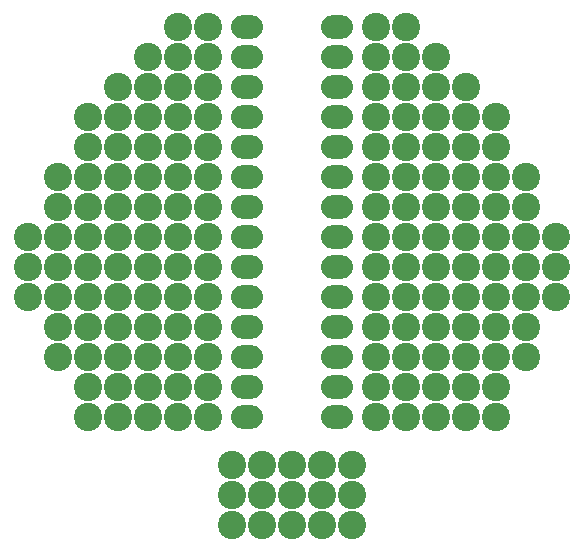
<source format=gbs>
G04 #@! TF.FileFunction,Soldermask,Bot*
%FSLAX46Y46*%
G04 Gerber Fmt 4.6, Leading zero omitted, Abs format (unit mm)*
G04 Created by KiCad (PCBNEW 4.0.0-rc1-stable) date Di 10 Nov 2015 17:33:22 CET*
%MOMM*%
G01*
G04 APERTURE LIST*
%ADD10C,0.100000*%
%ADD11C,2.398980*%
%ADD12O,2.700000X2.000000*%
G04 APERTURE END LIST*
D10*
D11*
X158750000Y-103124000D03*
X139446000Y-103124000D03*
X156210000Y-103124000D03*
X141986000Y-103124000D03*
X158750000Y-105664000D03*
X156210000Y-105664000D03*
X161290000Y-105664000D03*
X161290000Y-108204000D03*
X158750000Y-108204000D03*
X163830000Y-108204000D03*
X156210000Y-108204000D03*
X141986000Y-105664000D03*
X139446000Y-105664000D03*
X136906000Y-105664000D03*
X139446000Y-108204000D03*
X136906000Y-108204000D03*
X141986000Y-108204000D03*
X134366000Y-108204000D03*
X126746000Y-123444000D03*
X126746000Y-120904000D03*
X126746000Y-125984000D03*
X129286000Y-125984000D03*
X129286000Y-128524000D03*
X129286000Y-131064000D03*
X129286000Y-123444000D03*
X129286000Y-120904000D03*
X129286000Y-115824000D03*
X129286000Y-118364000D03*
X171450000Y-123444000D03*
X171450000Y-120904000D03*
X171450000Y-125984000D03*
X168910000Y-115824000D03*
X168910000Y-118364000D03*
X168910000Y-123444000D03*
X168910000Y-120904000D03*
X168910000Y-128524000D03*
X168910000Y-125984000D03*
X168910000Y-131064000D03*
X158750000Y-113284000D03*
X161290000Y-113284000D03*
X158750000Y-115824000D03*
X161290000Y-115824000D03*
X161290000Y-118364000D03*
X158750000Y-118364000D03*
X163830000Y-113284000D03*
X166370000Y-110744000D03*
X166370000Y-113284000D03*
X163830000Y-110744000D03*
X158750000Y-128524000D03*
X158750000Y-125984000D03*
X161290000Y-125984000D03*
X166370000Y-125984000D03*
X161290000Y-123444000D03*
X166370000Y-120904000D03*
X163830000Y-125984000D03*
X166370000Y-123444000D03*
X163830000Y-120904000D03*
X161290000Y-120904000D03*
X163830000Y-123444000D03*
X158750000Y-123444000D03*
X158750000Y-120904000D03*
X161290000Y-136144000D03*
X166370000Y-136144000D03*
X163830000Y-133604000D03*
X166370000Y-133604000D03*
X163830000Y-136144000D03*
X161290000Y-133604000D03*
X163830000Y-131064000D03*
X163830000Y-128524000D03*
X161290000Y-128524000D03*
X161290000Y-131064000D03*
X166370000Y-128524000D03*
X166370000Y-131064000D03*
X158750000Y-133604000D03*
X158750000Y-131064000D03*
X158750000Y-136144000D03*
X163830000Y-118364000D03*
X166370000Y-118364000D03*
X163830000Y-115824000D03*
X166370000Y-115824000D03*
X161290000Y-110744000D03*
X158750000Y-110744000D03*
X156210000Y-118364000D03*
X156210000Y-115824000D03*
X156210000Y-120904000D03*
X156210000Y-123444000D03*
X156210000Y-125984000D03*
X156210000Y-128524000D03*
X156210000Y-113284000D03*
X156210000Y-131064000D03*
X156210000Y-136144000D03*
X156210000Y-133604000D03*
X144018000Y-145288000D03*
X144018000Y-142748000D03*
X146558000Y-145288000D03*
X146558000Y-142748000D03*
X151638000Y-145288000D03*
X151638000Y-142748000D03*
X149098000Y-145288000D03*
X149098000Y-142748000D03*
X154178000Y-145288000D03*
X154178000Y-142748000D03*
X144018000Y-140208000D03*
X146558000Y-140208000D03*
X149098000Y-140208000D03*
X154178000Y-140208000D03*
X151638000Y-140208000D03*
X131826000Y-125984000D03*
X134366000Y-125984000D03*
X134366000Y-123444000D03*
X131826000Y-120904000D03*
X131826000Y-123444000D03*
X131826000Y-131064000D03*
X131826000Y-128524000D03*
X134366000Y-131064000D03*
X134366000Y-128524000D03*
X136906000Y-131064000D03*
X136906000Y-128524000D03*
X141986000Y-131064000D03*
X139446000Y-131064000D03*
X141986000Y-128524000D03*
X141986000Y-125984000D03*
X139446000Y-125984000D03*
X139446000Y-128524000D03*
X139446000Y-123444000D03*
X139446000Y-120904000D03*
X141986000Y-123444000D03*
X141986000Y-120904000D03*
X136906000Y-125984000D03*
X136906000Y-123444000D03*
X136906000Y-120904000D03*
X134366000Y-120904000D03*
X134366000Y-133604000D03*
X131826000Y-136144000D03*
X131826000Y-133604000D03*
X134366000Y-136144000D03*
X139446000Y-118364000D03*
X141986000Y-118364000D03*
X141986000Y-110744000D03*
X141986000Y-115824000D03*
X141986000Y-113284000D03*
X139446000Y-110744000D03*
X131826000Y-118364000D03*
X136906000Y-118364000D03*
X131826000Y-115824000D03*
X134366000Y-118364000D03*
X136906000Y-110744000D03*
X139446000Y-115824000D03*
X134366000Y-113284000D03*
X136906000Y-115824000D03*
X136906000Y-113284000D03*
X139446000Y-113284000D03*
X134366000Y-115824000D03*
X136906000Y-133604000D03*
X139446000Y-133604000D03*
X139446000Y-136144000D03*
X141986000Y-136144000D03*
X136906000Y-136144000D03*
X141986000Y-133604000D03*
X131826000Y-113284000D03*
X131826000Y-110744000D03*
X134366000Y-110744000D03*
X156210000Y-110744000D03*
D12*
X145288000Y-136144000D03*
X145288000Y-133604000D03*
X145288000Y-131064000D03*
X145288000Y-128524000D03*
X145288000Y-125984000D03*
X145288000Y-123444000D03*
X145288000Y-120904000D03*
X145288000Y-118364000D03*
X145288000Y-115824000D03*
X145288000Y-113284000D03*
X145288000Y-110744000D03*
X145288000Y-108204000D03*
X145288000Y-105664000D03*
X145288000Y-103124000D03*
X152908000Y-103124000D03*
X152908000Y-105664000D03*
X152908000Y-108204000D03*
X152908000Y-110744000D03*
X152908000Y-113284000D03*
X152908000Y-115824000D03*
X152908000Y-118364000D03*
X152908000Y-120904000D03*
X152908000Y-123444000D03*
X152908000Y-125984000D03*
X152908000Y-128524000D03*
X152908000Y-131064000D03*
X152908000Y-133604000D03*
X152908000Y-136144000D03*
M02*

</source>
